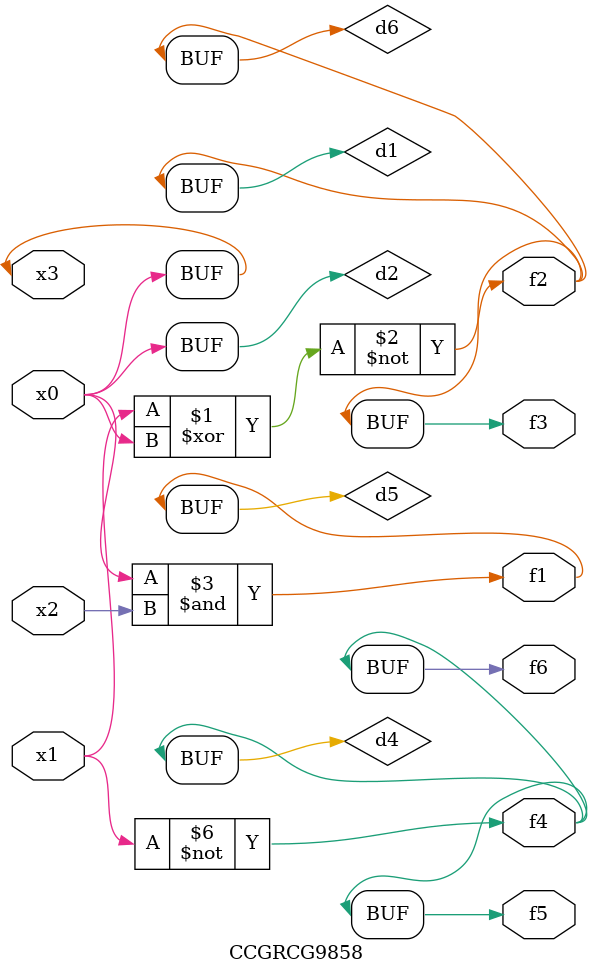
<source format=v>
module CCGRCG9858(
	input x0, x1, x2, x3,
	output f1, f2, f3, f4, f5, f6
);

	wire d1, d2, d3, d4, d5, d6;

	xnor (d1, x1, x3);
	buf (d2, x0, x3);
	nand (d3, x0, x2);
	not (d4, x1);
	nand (d5, d3);
	or (d6, d1);
	assign f1 = d5;
	assign f2 = d6;
	assign f3 = d6;
	assign f4 = d4;
	assign f5 = d4;
	assign f6 = d4;
endmodule

</source>
